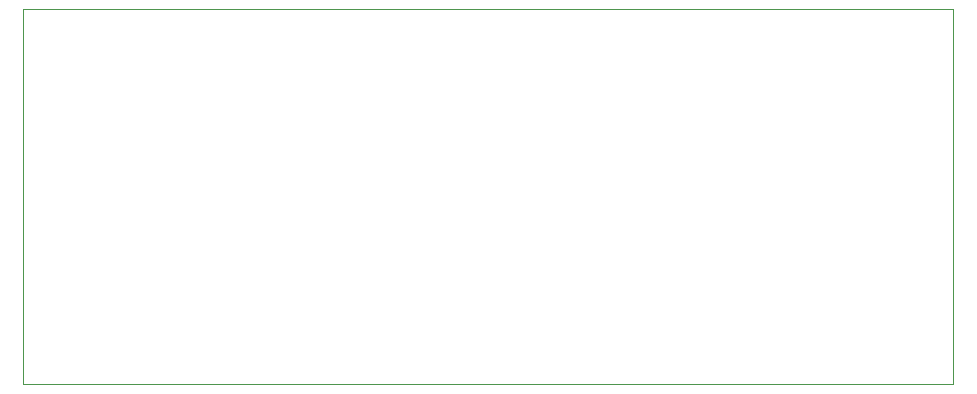
<source format=gbr>
G04 #@! TF.GenerationSoftware,KiCad,Pcbnew,(5.1.4)-1*
G04 #@! TF.CreationDate,2021-03-27T03:22:11-04:00*
G04 #@! TF.ProjectId,klark amp boards,6b6c6172-6b20-4616-9d70-20626f617264,1*
G04 #@! TF.SameCoordinates,Original*
G04 #@! TF.FileFunction,Profile,NP*
%FSLAX46Y46*%
G04 Gerber Fmt 4.6, Leading zero omitted, Abs format (unit mm)*
G04 Created by KiCad (PCBNEW (5.1.4)-1) date 2021-03-27 03:22:11*
%MOMM*%
%LPD*%
G04 APERTURE LIST*
%ADD10C,0.038100*%
G04 APERTURE END LIST*
D10*
X207010000Y-72390000D02*
X128270000Y-72390000D01*
X207010000Y-104140000D02*
X207010000Y-72390000D01*
X128270000Y-104140000D02*
X207010000Y-104140000D01*
X128270000Y-72390000D02*
X128270000Y-104140000D01*
M02*

</source>
